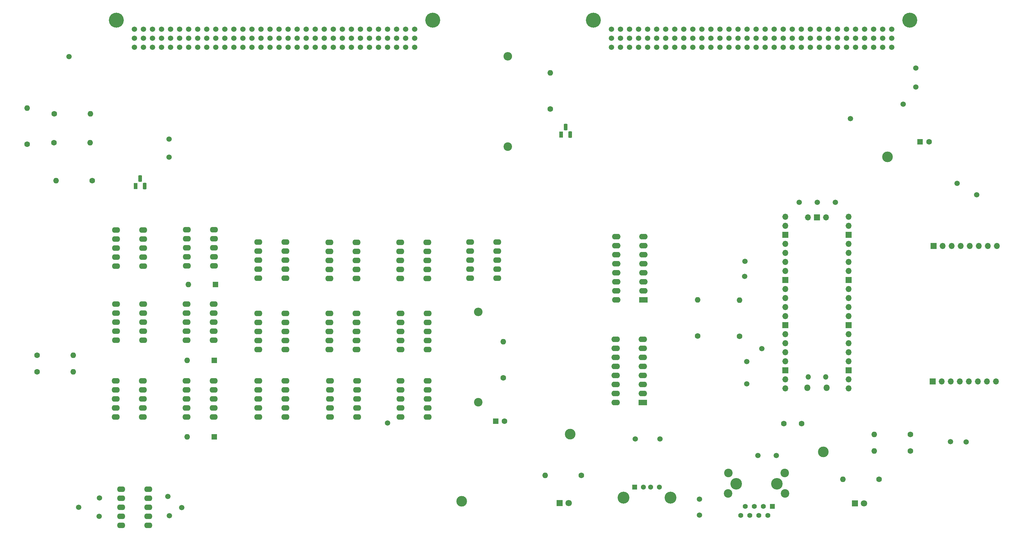
<source format=gbs>
%TF.GenerationSoftware,KiCad,Pcbnew,7.0.5*%
%TF.CreationDate,2024-10-12T11:19:12-04:00*%
%TF.ProjectId,selftest_bd,73656c66-7465-4737-945f-62642e6b6963,2.1*%
%TF.SameCoordinates,Original*%
%TF.FileFunction,Soldermask,Bot*%
%TF.FilePolarity,Negative*%
%FSLAX46Y46*%
G04 Gerber Fmt 4.6, Leading zero omitted, Abs format (unit mm)*
G04 Created by KiCad (PCBNEW 7.0.5) date 2024-10-12 11:19:12*
%MOMM*%
%LPD*%
G01*
G04 APERTURE LIST*
G04 Aperture macros list*
%AMRoundRect*
0 Rectangle with rounded corners*
0 $1 Rounding radius*
0 $2 $3 $4 $5 $6 $7 $8 $9 X,Y pos of 4 corners*
0 Add a 4 corners polygon primitive as box body*
4,1,4,$2,$3,$4,$5,$6,$7,$8,$9,$2,$3,0*
0 Add four circle primitives for the rounded corners*
1,1,$1+$1,$2,$3*
1,1,$1+$1,$4,$5*
1,1,$1+$1,$6,$7*
1,1,$1+$1,$8,$9*
0 Add four rect primitives between the rounded corners*
20,1,$1+$1,$2,$3,$4,$5,0*
20,1,$1+$1,$4,$5,$6,$7,0*
20,1,$1+$1,$6,$7,$8,$9,0*
20,1,$1+$1,$8,$9,$2,$3,0*%
G04 Aperture macros list end*
%ADD10C,1.500000*%
%ADD11R,1.800000X1.800000*%
%ADD12C,1.800000*%
%ADD13O,2.300000X1.600000*%
%ADD14R,1.600000X1.600000*%
%ADD15O,1.600000X1.600000*%
%ADD16C,3.250000*%
%ADD17R,1.408000X1.408000*%
%ADD18C,1.408000*%
%ADD19C,2.400000*%
%ADD20C,4.200000*%
%ADD21C,1.600000*%
%ADD22R,1.100000X1.800000*%
%ADD23RoundRect,0.275000X-0.275000X-0.625000X0.275000X-0.625000X0.275000X0.625000X-0.275000X0.625000X0*%
%ADD24R,2.400000X1.600000*%
%ADD25O,2.400000X1.600000*%
%ADD26O,2.400000X2.400000*%
%ADD27C,3.000000*%
%ADD28R,1.428000X1.428000*%
%ADD29C,1.428000*%
%ADD30C,3.346000*%
%ADD31R,1.700000X1.700000*%
%ADD32O,1.700000X1.700000*%
%ADD33O,1.800000X1.800000*%
%ADD34O,1.500000X1.500000*%
G04 APERTURE END LIST*
D10*
%TO.C,TP15*%
X215701800Y-98590000D03*
%TD*%
%TO.C,TP32*%
X27923500Y-139564335D03*
%TD*%
%TO.C,TP5*%
X259639000Y-26230000D03*
%TD*%
D11*
%TO.C,D4*%
X163063200Y-138421800D03*
D12*
X165603200Y-138421800D03*
%TD*%
D10*
%TO.C,TP23*%
X202387400Y-141774600D03*
%TD*%
%TO.C,TP40*%
X191313000Y-120337000D03*
%TD*%
D13*
%TO.C,K16*%
X125948400Y-75221600D03*
X125948400Y-72681600D03*
X125948400Y-70141600D03*
X125948400Y-67601600D03*
X125948400Y-65061600D03*
X118328400Y-65061600D03*
X118328400Y-67601600D03*
X118328400Y-70141600D03*
X118328400Y-72681600D03*
X118328400Y-75221600D03*
%TD*%
D10*
%TO.C,TP35*%
X33723500Y-142164335D03*
%TD*%
D13*
%TO.C,K4*%
X126015200Y-114226200D03*
X126015200Y-111686200D03*
X126015200Y-109146200D03*
X126015200Y-106606200D03*
X126015200Y-104066200D03*
X118395200Y-104066200D03*
X118395200Y-106606200D03*
X118395200Y-109146200D03*
X118395200Y-111686200D03*
X118395200Y-114226200D03*
%TD*%
D14*
%TO.C,D1*%
X66025200Y-98276200D03*
D15*
X58405200Y-98276200D03*
%TD*%
D16*
%TO.C,J3*%
X224129800Y-132960800D03*
X212699800Y-132960800D03*
D17*
X222859800Y-139310800D03*
D18*
X221589800Y-141850800D03*
X220319800Y-139310800D03*
X219049800Y-141850800D03*
X217779800Y-139310800D03*
X216509800Y-141850800D03*
X215239800Y-139310800D03*
X213969800Y-141850800D03*
D19*
X226439800Y-135710800D03*
X226329800Y-129910800D03*
X210499800Y-129910800D03*
X210389800Y-135710800D03*
%TD*%
D10*
%TO.C,J2*%
X122352000Y-5165335D03*
X119812000Y-5165335D03*
X117272000Y-5165335D03*
X114732000Y-5165335D03*
X112192000Y-5165335D03*
X109652000Y-5165335D03*
X107112000Y-5165335D03*
X104572000Y-5165335D03*
X102032000Y-5165335D03*
X99492000Y-5165335D03*
X96952000Y-5165335D03*
X94412000Y-5165335D03*
X91872000Y-5165335D03*
X89332000Y-5165335D03*
X86792000Y-5165335D03*
X84252000Y-5165335D03*
X81712000Y-5165335D03*
X79172000Y-5165335D03*
X76632000Y-5165335D03*
X74092000Y-5165335D03*
X71552000Y-5165335D03*
X69012000Y-5165335D03*
X66472000Y-5165335D03*
X63932000Y-5165335D03*
X61392000Y-5165335D03*
X58852000Y-5165335D03*
X56312000Y-5165335D03*
X53772000Y-5165335D03*
X51232000Y-5165335D03*
X48692000Y-5165335D03*
X46152000Y-5165335D03*
X43612000Y-5165335D03*
X122352000Y-7705335D03*
X119812000Y-7705335D03*
X117272000Y-7705335D03*
X114732000Y-7705335D03*
X112192000Y-7705335D03*
X109652000Y-7705335D03*
X107112000Y-7705335D03*
X104572000Y-7705335D03*
X102032000Y-7705335D03*
X99492000Y-7705335D03*
X96952000Y-7705335D03*
X94412000Y-7705335D03*
X91872000Y-7705335D03*
X89332000Y-7705335D03*
X86792000Y-7705335D03*
X84252000Y-7705335D03*
X81712000Y-7705335D03*
X79172000Y-7705335D03*
X76632000Y-7705335D03*
X74092000Y-7705335D03*
X71552000Y-7705335D03*
X69012000Y-7705335D03*
X66472000Y-7705335D03*
X63932000Y-7705335D03*
X61392000Y-7705335D03*
X58852000Y-7705335D03*
X56312000Y-7705335D03*
X53772000Y-7705335D03*
X51232000Y-7705335D03*
X48692000Y-7705335D03*
X46152000Y-7705335D03*
X43612000Y-7705335D03*
X122352000Y-10245335D03*
X119812000Y-10245335D03*
X117272000Y-10245335D03*
X114732000Y-10245335D03*
X112192000Y-10245335D03*
X109652000Y-10245335D03*
X107112000Y-10245335D03*
X104572000Y-10245335D03*
X102032000Y-10245335D03*
X99492000Y-10245335D03*
X96952000Y-10245335D03*
X94412000Y-10245335D03*
X91872000Y-10245335D03*
X89332000Y-10245335D03*
X86792000Y-10245335D03*
X84252000Y-10245335D03*
X81712000Y-10245335D03*
X79172000Y-10245335D03*
X76632000Y-10245335D03*
X74092000Y-10245335D03*
X71552000Y-10245335D03*
X69012000Y-10245335D03*
X66472000Y-10245335D03*
X63932000Y-10245335D03*
X61392000Y-10245335D03*
X58852000Y-10245335D03*
X56312000Y-10245335D03*
X53772000Y-10245335D03*
X51232000Y-10245335D03*
X48692000Y-10245335D03*
X46152000Y-10245335D03*
X43612000Y-10245335D03*
D20*
X127432000Y-2625335D03*
X38532000Y-2625335D03*
%TD*%
D10*
%TO.C,TP2*%
X244811200Y-30294000D03*
%TD*%
%TO.C,TP11*%
X230391400Y-53826600D03*
%TD*%
%TO.C,TP9*%
X25269600Y-12818665D03*
%TD*%
D21*
%TO.C,R9*%
X261671000Y-123766000D03*
D15*
X251511000Y-123766000D03*
%TD*%
D21*
%TO.C,R1*%
X147215200Y-103186200D03*
D15*
X147215200Y-93026200D03*
%TD*%
D21*
%TO.C,R7*%
X21056800Y-37050400D03*
D15*
X31216800Y-37050400D03*
%TD*%
D13*
%TO.C,K17*%
X47513500Y-144654335D03*
X47513500Y-142114335D03*
X47513500Y-139574335D03*
X47513500Y-137034335D03*
X47513500Y-134494335D03*
X39893500Y-134494335D03*
X39893500Y-137034335D03*
X39893500Y-139574335D03*
X39893500Y-142114335D03*
X39893500Y-144654335D03*
%TD*%
D10*
%TO.C,TP4*%
X53391000Y-36009000D03*
%TD*%
%TO.C,J1*%
X256387800Y-5165335D03*
X253847800Y-5165335D03*
X251307800Y-5165335D03*
X248767800Y-5165335D03*
X246227800Y-5165335D03*
X243687800Y-5165335D03*
X241147800Y-5165335D03*
X238607800Y-5165335D03*
X236067800Y-5165335D03*
X233527800Y-5165335D03*
X230987800Y-5165335D03*
X228447800Y-5165335D03*
X225907800Y-5165335D03*
X223367800Y-5165335D03*
X220827800Y-5165335D03*
X218287800Y-5165335D03*
X215747800Y-5165335D03*
X213207800Y-5165335D03*
X210667800Y-5165335D03*
X208127800Y-5165335D03*
X205587800Y-5165335D03*
X203047800Y-5165335D03*
X200507800Y-5165335D03*
X197967800Y-5165335D03*
X195427800Y-5165335D03*
X192887800Y-5165335D03*
X190347800Y-5165335D03*
X187807800Y-5165335D03*
X185267800Y-5165335D03*
X182727800Y-5165335D03*
X180187800Y-5165335D03*
X177647800Y-5165335D03*
X256387800Y-7705335D03*
X253847800Y-7705335D03*
X251307800Y-7705335D03*
X248767800Y-7705335D03*
X246227800Y-7705335D03*
X243687800Y-7705335D03*
X241147800Y-7705335D03*
X238607800Y-7705335D03*
X236067800Y-7705335D03*
X233527800Y-7705335D03*
X230987800Y-7705335D03*
X228447800Y-7705335D03*
X225907800Y-7705335D03*
X223367800Y-7705335D03*
X220827800Y-7705335D03*
X218287800Y-7705335D03*
X215747800Y-7705335D03*
X213207800Y-7705335D03*
X210667800Y-7705335D03*
X208127800Y-7705335D03*
X205587800Y-7705335D03*
X203047800Y-7705335D03*
X200507800Y-7705335D03*
X197967800Y-7705335D03*
X195427800Y-7705335D03*
X192887800Y-7705335D03*
X190347800Y-7705335D03*
X187807800Y-7705335D03*
X185267800Y-7705335D03*
X182727800Y-7705335D03*
X180187800Y-7705335D03*
X177647800Y-7705335D03*
X256387800Y-10245335D03*
X253847800Y-10245335D03*
X251307800Y-10245335D03*
X248767800Y-10245335D03*
X246227800Y-10245335D03*
X243687800Y-10245335D03*
X241147800Y-10245335D03*
X238607800Y-10245335D03*
X236067800Y-10245335D03*
X233527800Y-10245335D03*
X230987800Y-10245335D03*
X228447800Y-10245335D03*
X225907800Y-10245335D03*
X223367800Y-10245335D03*
X220827800Y-10245335D03*
X218287800Y-10245335D03*
X215747800Y-10245335D03*
X213207800Y-10245335D03*
X210667800Y-10245335D03*
X208127800Y-10245335D03*
X205587800Y-10245335D03*
X203047800Y-10245335D03*
X200507800Y-10245335D03*
X197967800Y-10245335D03*
X195427800Y-10245335D03*
X192887800Y-10245335D03*
X190347800Y-10245335D03*
X187807800Y-10245335D03*
X185267800Y-10245335D03*
X182727800Y-10245335D03*
X180187800Y-10245335D03*
X177647800Y-10245335D03*
D20*
X261467800Y-2625335D03*
X172567800Y-2625335D03*
%TD*%
D10*
%TO.C,TP14*%
X215701800Y-104889200D03*
%TD*%
D13*
%TO.C,K14*%
X86015200Y-75196200D03*
X86015200Y-72656200D03*
X86015200Y-70116200D03*
X86015200Y-67576200D03*
X86015200Y-65036200D03*
X78395200Y-65036200D03*
X78395200Y-67576200D03*
X78395200Y-70116200D03*
X78395200Y-72656200D03*
X78395200Y-75196200D03*
%TD*%
D22*
%TO.C,U4*%
X163550800Y-34758000D03*
D23*
X164820800Y-32688000D03*
X166090800Y-34758000D03*
%TD*%
D24*
%TO.C,U2*%
X186588600Y-81271800D03*
D25*
X186588600Y-78731800D03*
X186588600Y-76191800D03*
X186588600Y-73651800D03*
X186588600Y-71111800D03*
X186588600Y-68571800D03*
X186588600Y-66031800D03*
X186588600Y-63491800D03*
X178968600Y-63491800D03*
X178968600Y-66031800D03*
X178968600Y-68571800D03*
X178968600Y-71111800D03*
X178968600Y-73651800D03*
X178968600Y-76191800D03*
X178968600Y-78731800D03*
X178968600Y-81271800D03*
%TD*%
D24*
%TO.C,U3*%
X186436200Y-110151600D03*
D25*
X186436200Y-107611600D03*
X186436200Y-105071600D03*
X186436200Y-102531600D03*
X186436200Y-99991600D03*
X186436200Y-97451600D03*
X186436200Y-94911600D03*
X186436200Y-92371600D03*
X178816200Y-92371600D03*
X178816200Y-94911600D03*
X178816200Y-97451600D03*
X178816200Y-99991600D03*
X178816200Y-102531600D03*
X178816200Y-105071600D03*
X178816200Y-107611600D03*
X178816200Y-110151600D03*
%TD*%
D21*
%TO.C,C1*%
X231111000Y-116019000D03*
X226111000Y-116019000D03*
%TD*%
D10*
%TO.C,TP17*%
X219888000Y-94937000D03*
%TD*%
D13*
%TO.C,K6*%
X46085200Y-71756200D03*
X46085200Y-69216200D03*
X46085200Y-66676200D03*
X46085200Y-64136200D03*
X46085200Y-61596200D03*
X38465200Y-61596200D03*
X38465200Y-64136200D03*
X38465200Y-66676200D03*
X38465200Y-69216200D03*
X38465200Y-71756200D03*
%TD*%
D21*
%TO.C,R11*%
X201854000Y-91381000D03*
D15*
X201854000Y-81221000D03*
%TD*%
D19*
%TO.C,R12*%
X148539400Y-38142600D03*
D26*
X148539400Y-12742600D03*
%TD*%
D10*
%TO.C,TP1*%
X263131200Y-16054065D03*
%TD*%
D13*
%TO.C,K2*%
X86015200Y-114226200D03*
X86015200Y-111686200D03*
X86015200Y-109146200D03*
X86015200Y-106606200D03*
X86015200Y-104066200D03*
X78395200Y-104066200D03*
X78395200Y-106606200D03*
X78395200Y-109146200D03*
X78395200Y-111686200D03*
X78395200Y-114226200D03*
%TD*%
%TO.C,K9*%
X46085200Y-92616200D03*
X46085200Y-90076200D03*
X46085200Y-87536200D03*
X46085200Y-84996200D03*
X46085200Y-82456200D03*
X38465200Y-82456200D03*
X38465200Y-84996200D03*
X38465200Y-87536200D03*
X38465200Y-90076200D03*
X38465200Y-92616200D03*
%TD*%
D10*
%TO.C,TP20*%
X272923200Y-121175200D03*
%TD*%
D13*
%TO.C,K15*%
X106015200Y-75221600D03*
X106015200Y-72681600D03*
X106015200Y-70141600D03*
X106015200Y-67601600D03*
X106015200Y-65061600D03*
X98395200Y-65061600D03*
X98395200Y-67601600D03*
X98395200Y-70141600D03*
X98395200Y-72681600D03*
X98395200Y-75221600D03*
%TD*%
%TO.C,K13*%
X46015200Y-114226200D03*
X46015200Y-111686200D03*
X46015200Y-109146200D03*
X46015200Y-106606200D03*
X46015200Y-104066200D03*
X38395200Y-104066200D03*
X38395200Y-106606200D03*
X38395200Y-109146200D03*
X38395200Y-111686200D03*
X38395200Y-114226200D03*
%TD*%
D10*
%TO.C,TP24*%
X223952000Y-125010600D03*
%TD*%
D13*
%TO.C,K5*%
X106215200Y-114226200D03*
X106215200Y-111686200D03*
X106215200Y-109146200D03*
X106215200Y-106606200D03*
X106215200Y-104066200D03*
X98595200Y-104066200D03*
X98595200Y-106606200D03*
X98595200Y-109146200D03*
X98595200Y-111686200D03*
X98595200Y-114226200D03*
%TD*%
%TO.C,K8*%
X86015200Y-95226200D03*
X86015200Y-92686200D03*
X86015200Y-90146200D03*
X86015200Y-87606200D03*
X86015200Y-85066200D03*
X78395200Y-85066200D03*
X78395200Y-87606200D03*
X78395200Y-90146200D03*
X78395200Y-92686200D03*
X78395200Y-95226200D03*
%TD*%
D10*
%TO.C,TP25*%
X218821200Y-125010600D03*
%TD*%
D21*
%TO.C,R14*%
X31801000Y-47693000D03*
D15*
X21641000Y-47693000D03*
%TD*%
D27*
%TO.C,TP6*%
X135585400Y-137913800D03*
%TD*%
D10*
%TO.C,TP28*%
X114706600Y-115917400D03*
%TD*%
D21*
%TO.C,R6*%
X13513000Y-37482200D03*
D15*
X13513000Y-27322200D03*
%TD*%
D27*
%TO.C,TP37*%
X166040000Y-119016200D03*
%TD*%
D21*
%TO.C,R15*%
X169164200Y-130598600D03*
D15*
X159004200Y-130598600D03*
%TD*%
D14*
%TO.C,D3*%
X66375200Y-76926200D03*
D15*
X58755200Y-76926200D03*
%TD*%
D28*
%TO.C,J4*%
X184138400Y-133885065D03*
D29*
X186638400Y-133885065D03*
X188638400Y-133885065D03*
X191138400Y-133885065D03*
D30*
X181068400Y-136885065D03*
X194208400Y-136885065D03*
%TD*%
D31*
%TO.C,J6*%
X268135600Y-66085600D03*
D32*
X270675600Y-66085600D03*
X273215600Y-66085600D03*
X275755600Y-66085600D03*
X278295600Y-66085600D03*
X280835600Y-66085600D03*
X283375600Y-66085600D03*
X285915600Y-66085600D03*
%TD*%
D10*
%TO.C,TP34*%
X53023500Y-136564335D03*
%TD*%
D13*
%TO.C,K3*%
X126015200Y-95226200D03*
X126015200Y-92686200D03*
X126015200Y-90146200D03*
X126015200Y-87606200D03*
X126015200Y-85066200D03*
X118395200Y-85066200D03*
X118395200Y-87606200D03*
X118395200Y-90146200D03*
X118395200Y-92686200D03*
X118395200Y-95226200D03*
%TD*%
D10*
%TO.C,TP33*%
X53423500Y-141964335D03*
%TD*%
%TO.C,TP26*%
X274752000Y-48455000D03*
%TD*%
D13*
%TO.C,K1*%
X145542200Y-75205600D03*
X145542200Y-72665600D03*
X145542200Y-70125600D03*
X145542200Y-67585600D03*
X145542200Y-65045600D03*
X137922200Y-65045600D03*
X137922200Y-67585600D03*
X137922200Y-70125600D03*
X137922200Y-72665600D03*
X137922200Y-75205600D03*
%TD*%
D10*
%TO.C,TP13*%
X240551400Y-53826600D03*
%TD*%
%TO.C,TP12*%
X235471400Y-53826600D03*
%TD*%
D13*
%TO.C,K12*%
X65938600Y-71670600D03*
X65938600Y-69130600D03*
X65938600Y-66590600D03*
X65938600Y-64050600D03*
X65938600Y-61510600D03*
X58318600Y-61510600D03*
X58318600Y-64050600D03*
X58318600Y-66590600D03*
X58318600Y-69130600D03*
X58318600Y-71670600D03*
%TD*%
D10*
%TO.C,TP22*%
X202387400Y-137278800D03*
%TD*%
D21*
%TO.C,R5*%
X21133000Y-28897000D03*
D15*
X31293000Y-28897000D03*
%TD*%
D10*
%TO.C,TP36*%
X33823500Y-136964335D03*
%TD*%
D21*
%TO.C,R4*%
X16306200Y-101466600D03*
D15*
X26466200Y-101466600D03*
%TD*%
D14*
%TO.C,C3*%
X264379144Y-36771000D03*
D21*
X266879144Y-36771000D03*
%TD*%
D27*
%TO.C,TP38*%
X255244800Y-41020865D03*
%TD*%
D10*
%TO.C,TP39*%
X184329400Y-120414465D03*
%TD*%
%TO.C,TP27*%
X280289200Y-51680800D03*
%TD*%
D13*
%TO.C,K7*%
X106015200Y-95226200D03*
X106015200Y-92686200D03*
X106015200Y-90146200D03*
X106015200Y-87606200D03*
X106015200Y-85066200D03*
X98395200Y-85066200D03*
X98395200Y-87606200D03*
X98395200Y-90146200D03*
X98395200Y-92686200D03*
X98395200Y-95226200D03*
%TD*%
D10*
%TO.C,TP21*%
X277292000Y-121226000D03*
%TD*%
D21*
%TO.C,R13*%
X160426600Y-27550800D03*
D15*
X160426600Y-17390800D03*
%TD*%
D21*
%TO.C,R10*%
X213665000Y-91508000D03*
D15*
X213665000Y-81348000D03*
%TD*%
D14*
%TO.C,C2*%
X145125000Y-115384000D03*
D21*
X147625000Y-115384000D03*
%TD*%
D10*
%TO.C,TP19*%
X215176800Y-70446800D03*
%TD*%
%TO.C,TP18*%
X215062000Y-74617000D03*
%TD*%
D13*
%TO.C,K11*%
X65928200Y-114226200D03*
X65928200Y-111686200D03*
X65928200Y-109146200D03*
X65928200Y-106606200D03*
X65928200Y-104066200D03*
X58308200Y-104066200D03*
X58308200Y-106606200D03*
X58308200Y-109146200D03*
X58308200Y-111686200D03*
X58308200Y-114226200D03*
%TD*%
D10*
%TO.C,TP7*%
X263131200Y-21394065D03*
%TD*%
D27*
%TO.C,TP3*%
X237210800Y-124045400D03*
%TD*%
D14*
%TO.C,D2*%
X66040200Y-119778200D03*
D15*
X58420200Y-119778200D03*
%TD*%
D10*
%TO.C,TP8*%
X53391000Y-41089000D03*
%TD*%
D21*
%TO.C,R3*%
X16256200Y-96816600D03*
D15*
X26416200Y-96816600D03*
%TD*%
D10*
%TO.C,TP31*%
X56947000Y-139641000D03*
%TD*%
D33*
%TO.C,U1*%
X238107000Y-105983000D03*
D34*
X237807000Y-102953000D03*
X232957000Y-102953000D03*
D33*
X232657000Y-105983000D03*
D32*
X244272000Y-106113000D03*
X244272000Y-103573000D03*
D31*
X244272000Y-101033000D03*
D32*
X244272000Y-98493000D03*
X244272000Y-95953000D03*
X244272000Y-93413000D03*
X244272000Y-90873000D03*
D31*
X244272000Y-88333000D03*
D32*
X244272000Y-85793000D03*
X244272000Y-83253000D03*
X244272000Y-80713000D03*
X244272000Y-78173000D03*
D31*
X244272000Y-75633000D03*
D32*
X244272000Y-73093000D03*
X244272000Y-70553000D03*
X244272000Y-68013000D03*
X244272000Y-65473000D03*
D31*
X244272000Y-62933000D03*
D32*
X244272000Y-60393000D03*
X244272000Y-57853000D03*
X226492000Y-57853000D03*
X226492000Y-60393000D03*
D31*
X226492000Y-62933000D03*
D32*
X226492000Y-65473000D03*
X226492000Y-68013000D03*
X226492000Y-70553000D03*
X226492000Y-73093000D03*
D31*
X226492000Y-75633000D03*
D32*
X226492000Y-78173000D03*
X226492000Y-80713000D03*
X226492000Y-83253000D03*
X226492000Y-85793000D03*
D31*
X226492000Y-88333000D03*
D32*
X226492000Y-90873000D03*
X226492000Y-93413000D03*
X226492000Y-95953000D03*
X226492000Y-98493000D03*
D31*
X226492000Y-101033000D03*
D32*
X226492000Y-103573000D03*
X226492000Y-106113000D03*
X237922000Y-58083000D03*
D31*
X235382000Y-58083000D03*
D32*
X232842000Y-58083000D03*
%TD*%
D22*
%TO.C,U5*%
X43993000Y-49236000D03*
D23*
X45263000Y-47166000D03*
X46533000Y-49236000D03*
%TD*%
D13*
%TO.C,K10*%
X65928200Y-92616200D03*
X65928200Y-90076200D03*
X65928200Y-87536200D03*
X65928200Y-84996200D03*
X65928200Y-82456200D03*
X58308200Y-82456200D03*
X58308200Y-84996200D03*
X58308200Y-87536200D03*
X58308200Y-90076200D03*
X58308200Y-92616200D03*
%TD*%
D19*
%TO.C,R2*%
X140215200Y-110026200D03*
D26*
X140215200Y-84626200D03*
%TD*%
D11*
%TO.C,D5*%
X246045000Y-138523400D03*
D12*
X248585000Y-138523400D03*
%TD*%
D21*
%TO.C,R16*%
X252806400Y-131741600D03*
D15*
X242646400Y-131741600D03*
%TD*%
D21*
%TO.C,R8*%
X261671000Y-119067000D03*
D15*
X251511000Y-119067000D03*
%TD*%
D31*
%TO.C,J5*%
X267932000Y-104185600D03*
D32*
X270472000Y-104185600D03*
X273012000Y-104185600D03*
X275552000Y-104185600D03*
X278092000Y-104185600D03*
X280632000Y-104185600D03*
X283172000Y-104185600D03*
X285712000Y-104185600D03*
%TD*%
M02*

</source>
